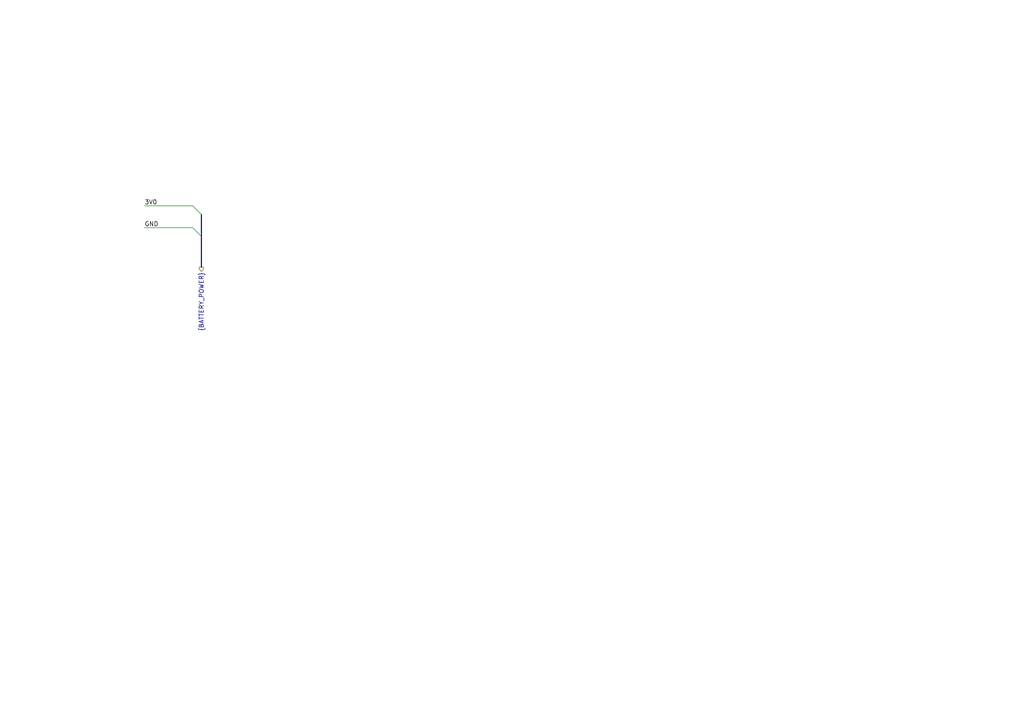
<source format=kicad_sch>
(kicad_sch
	(version 20250114)
	(generator "eeschema")
	(generator_version "9.0")
	(uuid "ea81e267-beca-4e44-8c54-8b483997cfa8")
	(paper "A4")
	(lib_symbols)
	(bus_entry
		(at 55.88 59.69)
		(size 2.54 2.54)
		(stroke
			(width 0)
			(type default)
		)
		(uuid "378cfa88-18e0-4a46-ba07-d193a4629d55")
	)
	(bus_entry
		(at 55.88 66.04)
		(size 2.54 2.54)
		(stroke
			(width 0)
			(type default)
		)
		(uuid "c63b4a03-a1fa-4576-a13a-8d81a7a1736a")
	)
	(bus
		(pts
			(xy 58.42 68.58) (xy 58.42 77.47)
		)
		(stroke
			(width 0)
			(type default)
		)
		(uuid "47f8cd93-7336-4dda-adaf-d2906b309583")
	)
	(wire
		(pts
			(xy 41.91 66.04) (xy 55.88 66.04)
		)
		(stroke
			(width 0)
			(type default)
		)
		(uuid "5a9fd82e-65a5-44e4-af5a-ae9e1db70e49")
	)
	(bus
		(pts
			(xy 58.42 62.23) (xy 58.42 68.58)
		)
		(stroke
			(width 0)
			(type default)
		)
		(uuid "6e7a31e8-2f1b-4b94-a587-acd046eac73d")
	)
	(wire
		(pts
			(xy 41.91 59.69) (xy 55.88 59.69)
		)
		(stroke
			(width 0)
			(type default)
		)
		(uuid "a7df78d7-f901-4dbb-96e7-6f2aae71ef54")
	)
	(label "3V0"
		(at 41.91 59.69 0)
		(effects
			(font
				(size 1.27 1.27)
			)
			(justify left bottom)
		)
		(uuid "2794b945-629f-4851-840c-0cf373391444")
	)
	(label "GND"
		(at 41.91 66.04 0)
		(effects
			(font
				(size 1.27 1.27)
			)
			(justify left bottom)
		)
		(uuid "e31e5da2-61b8-4d79-b7ca-a1b926784452")
	)
	(hierarchical_label "{BATTERY_POWER}"
		(shape output)
		(at 58.42 77.47 270)
		(effects
			(font
				(size 1.27 1.27)
			)
			(justify right)
		)
		(uuid "597f21e2-f0e6-4d9b-94dc-611adae3891b")
	)
)

</source>
